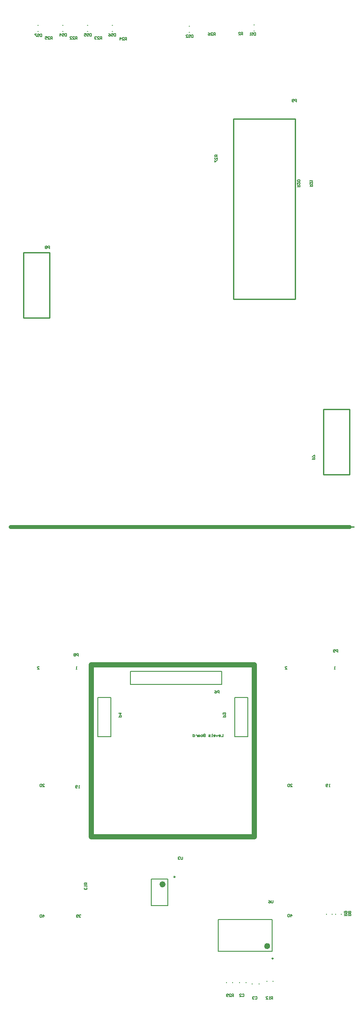
<source format=gbr>
G04 Layer_Color=32896*
%FSLAX26Y26*%
%MOIN*%
%TF.FileFunction,Legend,Bot*%
%TF.Part,Single*%
G01*
G75*
%TA.AperFunction,NonConductor*%
%ADD42C,0.009842*%
%ADD43C,0.023622*%
%ADD44C,0.007874*%
%ADD45C,0.010000*%
%ADD46C,0.030000*%
%ADD47C,0.039370*%
%ADD48C,0.005000*%
D42*
X-624614Y472835D02*
G03*
X-624614Y472835I-4921J0D01*
G01*
X-1376874Y1097287D02*
G03*
X-1376874Y1097287I-4921J0D01*
G01*
D43*
X-658866Y567323D02*
G03*
X-658866Y567323I-11811J0D01*
G01*
X-1461520Y1040201D02*
G03*
X-1461520Y1040201I-11811J0D01*
G01*
D44*
X-981622Y288032D02*
X-981622Y291969D01*
X-934378Y288032D02*
X-934378Y291969D01*
X-833394Y288032D02*
X-833394Y291969D01*
X-882606Y288032D02*
X-882606Y291969D01*
X-731425Y278031D02*
X-731425Y281969D01*
X-784575Y278031D02*
X-784575Y281969D01*
X-671622Y298032D02*
X-671622Y301969D01*
X-624378Y298032D02*
X-624378Y301969D01*
X-1044693Y527953D02*
X-631307Y527953D01*
X-1044693Y772047D02*
X-631307Y772047D01*
X-631307Y527953D02*
X-631307Y772047D01*
X-1044693Y527953D02*
X-1044693Y772047D01*
X-1269968Y7610138D02*
X-1266031Y7610138D01*
X-1269968Y7564862D02*
X-1266031Y7564862D01*
X-1433961Y878783D02*
X-1433961Y1079571D01*
X-1559945Y878783D02*
X-1559945Y1079571D01*
X-1433961Y1079571D01*
X-1559945Y878783D02*
X-1433961Y878783D01*
X-772449Y7619814D02*
X-768513Y7619814D01*
X-772449Y7574540D02*
X-768513Y7574540D01*
X-919851Y2470178D02*
X-819851Y2470178D01*
X-919851Y2170178D02*
X-919851Y2470178D01*
X-919851Y2170178D02*
X-819851Y2170178D01*
X-819851Y2470178D01*
X-1969851Y2470178D02*
X-1869851Y2470178D01*
X-1969851Y2170178D02*
X-1969851Y2470178D01*
X-1969851Y2170178D02*
X-1869851Y2170178D01*
X-1869851Y2470178D01*
X-2239968Y7570861D02*
X-2236032Y7570861D01*
X-2239968Y7616137D02*
X-2236032Y7616137D01*
X-2049968Y7570861D02*
X-2046032Y7570861D01*
X-2049968Y7616137D02*
X-2046032Y7616137D01*
X-1859968Y7570861D02*
X-1856032Y7570861D01*
X-1859968Y7616137D02*
X-1856032Y7616137D01*
X-2429968Y7572363D02*
X-2426032Y7572363D01*
X-2429968Y7617639D02*
X-2426032Y7617639D01*
X-215456Y811855D02*
X-215456Y815791D01*
X-172150Y811855D02*
X-172150Y815791D01*
X-101284Y811855D02*
X-101284Y815791D01*
X-144590Y811855D02*
X-144590Y815791D01*
X-1719851Y2570178D02*
X-1719851Y2670178D01*
X-1719851Y2570178D02*
X-1019851Y2570178D01*
X-1019851Y2670178D01*
X-1719851Y2670178D02*
X-1019851Y2670178D01*
D45*
X-930203Y5522484D02*
X-457403Y5522484D01*
X-930203Y5522484D02*
X-930203Y6900438D01*
X-457403Y6900438D01*
X-457403Y5522484D02*
X-457403Y6900438D01*
X-238000Y4678500D02*
X-38000Y4678500D01*
X-38000Y4178500D02*
X-38000Y4678500D01*
X-238000Y4178500D02*
X-38000Y4178500D01*
X-238000Y4178500D02*
X-238000Y4678500D01*
X-2538000Y5878500D02*
X-2338000Y5878500D01*
X-2338000Y5378500D02*
X-2338000Y5878500D01*
X-2538000Y5378500D02*
X-2338000Y5378500D01*
X-2538000Y5378500D02*
X-2538000Y5878500D01*
X-2633165Y3778500D02*
X-2481385Y3778500D01*
X-159355Y3778910D02*
X-7575Y3778910D01*
D46*
X-2638000Y3778500D02*
X-38000Y3778500D01*
D47*
X-2019851Y2720178D02*
X-769851Y2720178D01*
X-769851Y1405768D02*
X-769851Y2720178D01*
X-2019851Y1405768D02*
X-2019851Y2720178D01*
X-2019851Y1405768D02*
X-769851Y1405768D01*
D48*
X-928000Y180000D02*
X-928000Y199994D01*
X-937997Y199994D01*
X-941329Y196661D01*
X-941329Y189997D01*
X-937997Y186665D01*
X-928000Y186665D01*
X-934664Y186665D02*
X-941329Y180000D01*
X-961322Y180000D02*
X-947994Y180000D01*
X-961322Y193329D01*
X-961322Y196661D01*
X-957990Y199994D01*
X-951326Y199994D01*
X-947994Y196661D01*
X-967987Y183332D02*
X-971319Y180000D01*
X-977984Y180000D01*
X-981316Y183332D01*
X-981316Y196661D01*
X-977984Y199994D01*
X-971319Y199994D01*
X-967987Y196661D01*
X-967987Y193329D01*
X-971319Y189997D01*
X-981316Y189997D01*
X-861329Y196661D02*
X-857997Y199994D01*
X-851332Y199994D01*
X-848000Y196661D01*
X-848000Y183332D01*
X-851332Y180000D01*
X-857997Y180000D01*
X-861329Y183332D01*
X-881322Y180000D02*
X-867994Y180000D01*
X-881322Y193329D01*
X-881322Y196661D01*
X-877990Y199994D01*
X-871326Y199994D01*
X-867994Y196661D01*
X-761329Y176661D02*
X-757997Y179994D01*
X-751332Y179994D01*
X-748000Y176661D01*
X-748000Y163332D01*
X-751332Y160000D01*
X-757997Y160000D01*
X-761329Y163332D01*
X-767994Y176661D02*
X-771326Y179994D01*
X-777990Y179994D01*
X-781322Y176661D01*
X-781322Y173329D01*
X-777990Y169997D01*
X-774658Y169997D01*
X-777990Y169997D01*
X-781322Y166665D01*
X-781322Y163332D01*
X-777990Y160000D01*
X-771326Y160000D01*
X-767994Y163332D01*
X-628000Y160000D02*
X-628000Y179994D01*
X-637997Y179994D01*
X-641329Y176661D01*
X-641329Y169997D01*
X-637997Y166665D01*
X-628000Y166665D01*
X-634664Y166665D02*
X-641329Y160000D01*
X-647994Y160000D02*
X-654658Y160000D01*
X-651326Y160000D01*
X-651326Y179994D01*
X-647994Y176661D01*
X-677984Y160000D02*
X-664655Y160000D01*
X-677984Y173329D01*
X-677984Y176661D01*
X-674652Y179994D01*
X-667987Y179994D01*
X-664655Y176661D01*
X-625181Y916391D02*
X-625181Y899730D01*
X-628513Y896398D01*
X-635178Y896398D01*
X-638510Y899730D01*
X-638510Y916391D01*
X-658504Y916391D02*
X-651839Y913059D01*
X-645175Y906394D01*
X-645175Y899730D01*
X-648507Y896398D01*
X-655171Y896398D01*
X-658504Y899730D01*
X-658504Y903062D01*
X-655171Y906394D01*
X-645175Y906394D01*
X-2053000Y1050000D02*
X-2072994Y1050000D01*
X-2072994Y1040003D01*
X-2069661Y1036671D01*
X-2062997Y1036671D01*
X-2059664Y1040003D01*
X-2059664Y1050000D01*
X-2059664Y1043335D02*
X-2053000Y1036671D01*
X-2053000Y1030006D02*
X-2053000Y1023342D01*
X-2053000Y1026674D01*
X-2072994Y1026674D01*
X-2069661Y1030006D01*
X-2069661Y1013345D02*
X-2072994Y1010013D01*
X-2072994Y1003348D01*
X-2069661Y1000016D01*
X-2066329Y1000016D01*
X-2062997Y1003348D01*
X-2062997Y1006681D01*
X-2062997Y1003348D01*
X-2059664Y1000016D01*
X-2056332Y1000016D01*
X-2053000Y1003348D01*
X-2053000Y1010013D01*
X-2056332Y1013345D01*
X-1053000Y6625000D02*
X-1072994Y6625000D01*
X-1072994Y6615003D01*
X-1069661Y6611671D01*
X-1062997Y6611671D01*
X-1059665Y6615003D01*
X-1059665Y6625000D01*
X-1059665Y6618336D02*
X-1053000Y6611671D01*
X-1053000Y6591677D02*
X-1053000Y6605007D01*
X-1066329Y6591677D01*
X-1069661Y6591677D01*
X-1072994Y6595010D01*
X-1072994Y6601674D01*
X-1069661Y6605007D01*
X-1072994Y6585013D02*
X-1072994Y6571684D01*
X-1069661Y6571684D01*
X-1056332Y6585013D01*
X-1053000Y6585013D01*
X-1068000Y7540000D02*
X-1068000Y7559993D01*
X-1077997Y7559993D01*
X-1081329Y7556661D01*
X-1081329Y7549997D01*
X-1077997Y7546664D01*
X-1068000Y7546664D01*
X-1074665Y7546664D02*
X-1081329Y7540000D01*
X-1101322Y7540000D02*
X-1087994Y7540000D01*
X-1101322Y7553329D01*
X-1101322Y7556661D01*
X-1097990Y7559993D01*
X-1091326Y7559993D01*
X-1087994Y7556661D01*
X-1121316Y7559993D02*
X-1114651Y7556661D01*
X-1107987Y7549997D01*
X-1107987Y7543332D01*
X-1111319Y7540000D01*
X-1117984Y7540000D01*
X-1121316Y7543332D01*
X-1121316Y7546664D01*
X-1117984Y7549997D01*
X-1107987Y7549997D01*
X-1238000Y7544993D02*
X-1238000Y7525000D01*
X-1247997Y7525000D01*
X-1251329Y7528332D01*
X-1251329Y7541661D01*
X-1247997Y7544993D01*
X-1238000Y7544993D01*
X-1271322Y7541661D02*
X-1267990Y7544993D01*
X-1261326Y7544993D01*
X-1257994Y7541661D01*
X-1257994Y7538329D01*
X-1261326Y7534997D01*
X-1267990Y7534997D01*
X-1271322Y7531664D01*
X-1271322Y7528332D01*
X-1267990Y7525000D01*
X-1261326Y7525000D01*
X-1257994Y7528332D01*
X-1291316Y7525000D02*
X-1277987Y7525000D01*
X-1291316Y7538329D01*
X-1291316Y7541661D01*
X-1287984Y7544993D01*
X-1281319Y7544993D01*
X-1277987Y7541661D01*
X-1320181Y1252391D02*
X-1320181Y1235730D01*
X-1323513Y1232398D01*
X-1330178Y1232398D01*
X-1333510Y1235730D01*
X-1333510Y1252391D01*
X-1340175Y1249059D02*
X-1343507Y1252391D01*
X-1350171Y1252391D01*
X-1353504Y1249059D01*
X-1353504Y1245727D01*
X-1350171Y1242394D01*
X-1346839Y1242394D01*
X-1350171Y1242394D01*
X-1353504Y1239062D01*
X-1353504Y1235730D01*
X-1350171Y1232398D01*
X-1343507Y1232398D01*
X-1340175Y1235730D01*
X-758000Y7559679D02*
X-758000Y7540000D01*
X-767839Y7540000D01*
X-771119Y7543280D01*
X-771119Y7556399D01*
X-767839Y7559679D01*
X-758000Y7559679D01*
X-790798Y7556399D02*
X-787518Y7559679D01*
X-780958Y7559679D01*
X-777679Y7556399D01*
X-777679Y7553119D01*
X-780958Y7549839D01*
X-787518Y7549839D01*
X-790798Y7546560D01*
X-790798Y7543280D01*
X-787518Y7540000D01*
X-780958Y7540000D01*
X-777679Y7543280D01*
X-797357Y7540000D02*
X-803917Y7540000D01*
X-800637Y7540000D01*
X-800637Y7559679D01*
X-797357Y7556399D01*
X-1039851Y2505178D02*
X-1039851Y2525171D01*
X-1049848Y2525171D01*
X-1053180Y2521839D01*
X-1053180Y2515175D01*
X-1049848Y2511842D01*
X-1039851Y2511842D01*
X-1073174Y2525171D02*
X-1066509Y2521839D01*
X-1059845Y2515175D01*
X-1059845Y2508510D01*
X-1063177Y2505178D01*
X-1069841Y2505178D01*
X-1073174Y2508510D01*
X-1073174Y2511842D01*
X-1069841Y2515175D01*
X-1059845Y2515175D01*
X-858000Y7545000D02*
X-858000Y7564679D01*
X-867839Y7564679D01*
X-871119Y7561399D01*
X-871119Y7554839D01*
X-867839Y7551560D01*
X-858000Y7551560D01*
X-864559Y7551560D02*
X-871119Y7545000D01*
X-890798Y7545000D02*
X-877679Y7545000D01*
X-890798Y7558119D01*
X-890798Y7561399D01*
X-887518Y7564679D01*
X-880958Y7564679D01*
X-877679Y7561399D01*
X-1009851Y2320178D02*
X-989858Y2320178D01*
X-989858Y2330175D01*
X-993190Y2333507D01*
X-999854Y2333507D01*
X-1003187Y2330175D01*
X-1003187Y2320178D01*
X-993190Y2340171D02*
X-989858Y2343503D01*
X-989858Y2350168D01*
X-993190Y2353500D01*
X-996522Y2353500D01*
X-999854Y2350168D01*
X-999854Y2346836D01*
X-999854Y2350168D01*
X-1003187Y2353500D01*
X-1006519Y2353500D01*
X-1009851Y2350168D01*
X-1009851Y2343503D01*
X-1006519Y2340171D01*
X-1809851Y2320178D02*
X-1789858Y2320178D01*
X-1789858Y2330175D01*
X-1793190Y2333507D01*
X-1799854Y2333507D01*
X-1803187Y2330175D01*
X-1803187Y2320178D01*
X-1809851Y2350168D02*
X-1789858Y2350168D01*
X-1799854Y2340171D01*
X-1799854Y2353500D01*
X-447181Y7030398D02*
X-447181Y7050391D01*
X-457178Y7050391D01*
X-460510Y7047059D01*
X-460510Y7040394D01*
X-457178Y7037062D01*
X-447181Y7037062D01*
X-467175Y7033730D02*
X-470507Y7030398D01*
X-477171Y7030398D01*
X-480504Y7033730D01*
X-480504Y7047059D01*
X-477171Y7050391D01*
X-470507Y7050391D01*
X-467175Y7047059D01*
X-467175Y7043727D01*
X-470507Y7040394D01*
X-480504Y7040394D01*
X-2208000Y7554993D02*
X-2208000Y7535000D01*
X-2217997Y7535000D01*
X-2221329Y7538332D01*
X-2221329Y7551661D01*
X-2217997Y7554993D01*
X-2208000Y7554993D01*
X-2241323Y7551661D02*
X-2237990Y7554993D01*
X-2231326Y7554993D01*
X-2227994Y7551661D01*
X-2227994Y7548329D01*
X-2231326Y7544997D01*
X-2237990Y7544997D01*
X-2241323Y7541664D01*
X-2241323Y7538332D01*
X-2237990Y7535000D01*
X-2231326Y7535000D01*
X-2227994Y7538332D01*
X-2257984Y7535000D02*
X-2257984Y7554993D01*
X-2247987Y7544997D01*
X-2261316Y7544997D01*
X-2018000Y7554993D02*
X-2018000Y7535000D01*
X-2027997Y7535000D01*
X-2031329Y7538332D01*
X-2031329Y7551661D01*
X-2027997Y7554993D01*
X-2018000Y7554993D01*
X-2051323Y7551661D02*
X-2047990Y7554993D01*
X-2041326Y7554993D01*
X-2037994Y7551661D01*
X-2037994Y7548329D01*
X-2041326Y7544997D01*
X-2047990Y7544997D01*
X-2051323Y7541664D01*
X-2051323Y7538332D01*
X-2047990Y7535000D01*
X-2041326Y7535000D01*
X-2037994Y7538332D01*
X-2071316Y7554993D02*
X-2057987Y7554993D01*
X-2057987Y7544997D01*
X-2064651Y7548329D01*
X-2067984Y7548329D01*
X-2071316Y7544997D01*
X-2071316Y7538332D01*
X-2067984Y7535000D01*
X-2061319Y7535000D01*
X-2057987Y7538332D01*
X-1833000Y7554993D02*
X-1833000Y7535000D01*
X-1842997Y7535000D01*
X-1846329Y7538332D01*
X-1846329Y7551661D01*
X-1842997Y7554993D01*
X-1833000Y7554993D01*
X-1866322Y7551661D02*
X-1862990Y7554993D01*
X-1856326Y7554993D01*
X-1852994Y7551661D01*
X-1852994Y7548329D01*
X-1856326Y7544997D01*
X-1862990Y7544997D01*
X-1866322Y7541664D01*
X-1866322Y7538332D01*
X-1862990Y7535000D01*
X-1856326Y7535000D01*
X-1852994Y7538332D01*
X-1886316Y7554993D02*
X-1879651Y7551661D01*
X-1872987Y7544997D01*
X-1872987Y7538332D01*
X-1876319Y7535000D01*
X-1882984Y7535000D01*
X-1886316Y7538332D01*
X-1886316Y7541664D01*
X-1882984Y7544997D01*
X-1872987Y7544997D01*
X-2398000Y7551493D02*
X-2398000Y7531500D01*
X-2407997Y7531500D01*
X-2411329Y7534832D01*
X-2411329Y7548161D01*
X-2407997Y7551493D01*
X-2398000Y7551493D01*
X-2431323Y7548161D02*
X-2427990Y7551493D01*
X-2421326Y7551493D01*
X-2417994Y7548161D01*
X-2417994Y7544829D01*
X-2421326Y7541497D01*
X-2427990Y7541497D01*
X-2431323Y7538164D01*
X-2431323Y7534832D01*
X-2427990Y7531500D01*
X-2421326Y7531500D01*
X-2417994Y7534832D01*
X-2437987Y7551493D02*
X-2451316Y7551493D01*
X-2451316Y7548161D01*
X-2437987Y7534832D01*
X-2437987Y7531500D01*
X-438000Y6380000D02*
X-418007Y6380000D01*
X-418007Y6389997D01*
X-421339Y6393329D01*
X-428003Y6393329D01*
X-431336Y6389997D01*
X-431336Y6380000D01*
X-431336Y6386664D02*
X-438000Y6393329D01*
X-438000Y6413323D02*
X-438000Y6399993D01*
X-424671Y6413323D01*
X-421339Y6413323D01*
X-418007Y6409990D01*
X-418007Y6403326D01*
X-421339Y6399993D01*
X-421339Y6419987D02*
X-418007Y6423319D01*
X-418007Y6429984D01*
X-421339Y6433316D01*
X-434668Y6433316D01*
X-438000Y6429984D01*
X-438000Y6423319D01*
X-434668Y6419987D01*
X-421339Y6419987D01*
X-343614Y6383740D02*
X-323621Y6383740D01*
X-323621Y6393737D01*
X-326953Y6397069D01*
X-333617Y6397069D01*
X-336950Y6393737D01*
X-336950Y6383740D01*
X-336950Y6390405D02*
X-343614Y6397069D01*
X-343614Y6417063D02*
X-343614Y6403734D01*
X-330285Y6417063D01*
X-326953Y6417063D01*
X-323621Y6413730D01*
X-323621Y6407066D01*
X-326953Y6403734D01*
X-343614Y6423727D02*
X-343614Y6430392D01*
X-343614Y6427059D01*
X-323621Y6427059D01*
X-326953Y6423727D01*
X-2128000Y7510000D02*
X-2128000Y7529993D01*
X-2137997Y7529993D01*
X-2141329Y7526661D01*
X-2141329Y7519997D01*
X-2137997Y7516664D01*
X-2128000Y7516664D01*
X-2134664Y7516664D02*
X-2141329Y7510000D01*
X-2161323Y7510000D02*
X-2147994Y7510000D01*
X-2161323Y7523329D01*
X-2161323Y7526661D01*
X-2157990Y7529993D01*
X-2151326Y7529993D01*
X-2147994Y7526661D01*
X-2181316Y7510000D02*
X-2167987Y7510000D01*
X-2181316Y7523329D01*
X-2181316Y7526661D01*
X-2177984Y7529993D01*
X-2171319Y7529993D01*
X-2167987Y7526661D01*
X-1938000Y7510000D02*
X-1938000Y7529993D01*
X-1947997Y7529993D01*
X-1951329Y7526661D01*
X-1951329Y7519997D01*
X-1947997Y7516664D01*
X-1938000Y7516664D01*
X-1944665Y7516664D02*
X-1951329Y7510000D01*
X-1971322Y7510000D02*
X-1957994Y7510000D01*
X-1971322Y7523329D01*
X-1971322Y7526661D01*
X-1967990Y7529993D01*
X-1961326Y7529993D01*
X-1957994Y7526661D01*
X-1977987Y7526661D02*
X-1981319Y7529993D01*
X-1987984Y7529993D01*
X-1991316Y7526661D01*
X-1991316Y7523329D01*
X-1987984Y7519997D01*
X-1984651Y7519997D01*
X-1987984Y7519997D01*
X-1991316Y7516664D01*
X-1991316Y7513332D01*
X-1987984Y7510000D01*
X-1981319Y7510000D01*
X-1977987Y7513332D01*
X-325000Y4294500D02*
X-305007Y4294500D01*
X-305007Y4304497D01*
X-308339Y4307829D01*
X-315003Y4307829D01*
X-318336Y4304497D01*
X-318336Y4294500D01*
X-305007Y4314493D02*
X-305007Y4327823D01*
X-308339Y4327823D01*
X-321668Y4314493D01*
X-325000Y4314493D01*
X-78000Y800000D02*
X-58007Y800000D01*
X-58007Y809997D01*
X-61339Y813329D01*
X-68003Y813329D01*
X-71335Y809997D01*
X-71335Y800000D01*
X-71335Y806664D02*
X-78000Y813329D01*
X-74668Y819994D02*
X-78000Y823326D01*
X-78000Y829990D01*
X-74668Y833322D01*
X-61339Y833322D01*
X-58007Y829990D01*
X-58007Y823326D01*
X-61339Y819994D01*
X-64671Y819994D01*
X-68003Y823326D01*
X-68003Y833322D01*
X-48000Y800000D02*
X-28006Y800000D01*
X-28006Y809997D01*
X-31339Y813329D01*
X-38003Y813329D01*
X-41336Y809997D01*
X-41336Y800000D01*
X-41336Y806664D02*
X-48000Y813329D01*
X-31339Y819994D02*
X-28006Y823326D01*
X-28006Y829990D01*
X-31339Y833322D01*
X-34671Y833322D01*
X-38003Y829990D01*
X-41336Y833322D01*
X-44668Y833322D01*
X-48000Y829990D01*
X-48000Y823326D01*
X-44668Y819994D01*
X-41336Y819994D01*
X-38003Y823326D01*
X-34671Y819994D01*
X-31339Y819994D01*
X-38003Y823326D02*
X-38003Y829990D01*
X-2338181Y5908398D02*
X-2338181Y5928391D01*
X-2348178Y5928391D01*
X-2351510Y5925059D01*
X-2351510Y5918394D01*
X-2348178Y5915062D01*
X-2338181Y5915062D01*
X-2358175Y5925059D02*
X-2361507Y5928391D01*
X-2368171Y5928391D01*
X-2371504Y5925059D01*
X-2371504Y5921727D01*
X-2368171Y5918394D01*
X-2371504Y5915062D01*
X-2371504Y5911730D01*
X-2368171Y5908398D01*
X-2361507Y5908398D01*
X-2358175Y5911730D01*
X-2358175Y5915062D01*
X-2361507Y5918394D01*
X-2358175Y5921727D01*
X-2358175Y5925059D01*
X-2361507Y5918394D02*
X-2368171Y5918394D01*
X-1748000Y7505000D02*
X-1748000Y7524993D01*
X-1757997Y7524993D01*
X-1761329Y7521661D01*
X-1761329Y7514997D01*
X-1757997Y7511664D01*
X-1748000Y7511664D01*
X-1754665Y7511664D02*
X-1761329Y7505000D01*
X-1781322Y7505000D02*
X-1767994Y7505000D01*
X-1781322Y7518329D01*
X-1781322Y7521661D01*
X-1777990Y7524993D01*
X-1771326Y7524993D01*
X-1767994Y7521661D01*
X-1797984Y7505000D02*
X-1797984Y7524993D01*
X-1787987Y7514997D01*
X-1801316Y7514997D01*
X-2318000Y7510000D02*
X-2318000Y7529993D01*
X-2327997Y7529993D01*
X-2331329Y7526661D01*
X-2331329Y7519997D01*
X-2327997Y7516664D01*
X-2318000Y7516664D01*
X-2324664Y7516664D02*
X-2331329Y7510000D01*
X-2351323Y7510000D02*
X-2337994Y7510000D01*
X-2351323Y7523329D01*
X-2351323Y7526661D01*
X-2347990Y7529993D01*
X-2341326Y7529993D01*
X-2337994Y7526661D01*
X-2371316Y7529993D02*
X-2357987Y7529993D01*
X-2357987Y7519997D01*
X-2364651Y7523329D01*
X-2367984Y7523329D01*
X-2371316Y7519997D01*
X-2371316Y7513332D01*
X-2367984Y7510000D01*
X-2361319Y7510000D01*
X-2357987Y7513332D01*
X-1009851Y2190171D02*
X-1009851Y2170178D01*
X-1023180Y2170178D01*
X-1039841Y2170178D02*
X-1033177Y2170178D01*
X-1029845Y2173510D01*
X-1029845Y2180175D01*
X-1033177Y2183507D01*
X-1039841Y2183507D01*
X-1043174Y2180175D01*
X-1043174Y2176842D01*
X-1029845Y2176842D01*
X-1049838Y2183507D02*
X-1056503Y2170178D01*
X-1063167Y2183507D01*
X-1079829Y2170178D02*
X-1073164Y2170178D01*
X-1069832Y2173510D01*
X-1069832Y2180175D01*
X-1073164Y2183507D01*
X-1079829Y2183507D01*
X-1083161Y2180175D01*
X-1083161Y2176842D01*
X-1069832Y2176842D01*
X-1089825Y2170178D02*
X-1096490Y2170178D01*
X-1093158Y2170178D01*
X-1093158Y2190171D01*
X-1089825Y2190171D01*
X-1106486Y2170178D02*
X-1116483Y2170178D01*
X-1119815Y2173510D01*
X-1116483Y2176842D01*
X-1109819Y2176842D01*
X-1106486Y2180175D01*
X-1109819Y2183507D01*
X-1119815Y2183507D01*
X-1146474Y2190171D02*
X-1146474Y2170178D01*
X-1156470Y2170178D01*
X-1159803Y2173510D01*
X-1159803Y2176842D01*
X-1156470Y2180175D01*
X-1146474Y2180175D01*
X-1156470Y2180175D01*
X-1159803Y2183507D01*
X-1159803Y2186839D01*
X-1156470Y2190171D01*
X-1146474Y2190171D01*
X-1169799Y2170178D02*
X-1176464Y2170178D01*
X-1179796Y2173510D01*
X-1179796Y2180175D01*
X-1176464Y2183507D01*
X-1169799Y2183507D01*
X-1166467Y2180175D01*
X-1166467Y2173510D01*
X-1169799Y2170178D01*
X-1189793Y2183507D02*
X-1196457Y2183507D01*
X-1199790Y2180175D01*
X-1199790Y2170178D01*
X-1189793Y2170178D01*
X-1186460Y2173510D01*
X-1189793Y2176842D01*
X-1199790Y2176842D01*
X-1206454Y2183507D02*
X-1206454Y2170178D01*
X-1206454Y2176842D01*
X-1209786Y2180175D01*
X-1213119Y2183507D01*
X-1216451Y2183507D01*
X-1239776Y2190171D02*
X-1239776Y2170178D01*
X-1229780Y2170178D01*
X-1226447Y2173510D01*
X-1226447Y2180175D01*
X-1229780Y2183507D01*
X-1239776Y2183507D01*
X-128000Y2818500D02*
X-128000Y2838494D01*
X-137997Y2838494D01*
X-141329Y2835161D01*
X-141329Y2828497D01*
X-137997Y2825164D01*
X-128000Y2825164D01*
X-147994Y2821832D02*
X-151326Y2818500D01*
X-157990Y2818500D01*
X-161322Y2821832D01*
X-161322Y2835161D01*
X-157990Y2838494D01*
X-151326Y2838494D01*
X-147994Y2835161D01*
X-147994Y2831829D01*
X-151326Y2828497D01*
X-161322Y2828497D01*
X-148000Y2688500D02*
X-154665Y2688500D01*
X-151332Y2688500D01*
X-151332Y2708494D01*
X-148000Y2705161D01*
X-531329Y2688500D02*
X-518000Y2688500D01*
X-531329Y2701829D01*
X-531329Y2705161D01*
X-527997Y2708494D01*
X-521332Y2708494D01*
X-518000Y2705161D01*
X-188000Y1788500D02*
X-194665Y1788500D01*
X-191332Y1788500D01*
X-191332Y1808494D01*
X-188000Y1805161D01*
X-204661Y1791832D02*
X-207994Y1788500D01*
X-214658Y1788500D01*
X-217990Y1791832D01*
X-217990Y1805161D01*
X-214658Y1808494D01*
X-207994Y1808494D01*
X-204661Y1805161D01*
X-204661Y1801829D01*
X-207994Y1798497D01*
X-217990Y1798497D01*
X-491329Y1788500D02*
X-478000Y1788500D01*
X-491329Y1801829D01*
X-491329Y1805161D01*
X-487997Y1808494D01*
X-481332Y1808494D01*
X-478000Y1805161D01*
X-497993Y1805161D02*
X-501326Y1808494D01*
X-507990Y1808494D01*
X-511322Y1805161D01*
X-511322Y1791832D01*
X-507990Y1788500D01*
X-501326Y1788500D01*
X-497993Y1791832D01*
X-497993Y1805161D01*
X-2128000Y2688500D02*
X-2134664Y2688500D01*
X-2131332Y2688500D01*
X-2131332Y2708494D01*
X-2128000Y2705161D01*
X-2431329Y2688500D02*
X-2418000Y2688500D01*
X-2431329Y2701829D01*
X-2431329Y2705161D01*
X-2427997Y2708494D01*
X-2421332Y2708494D01*
X-2418000Y2705161D01*
X-2118000Y2788500D02*
X-2118000Y2808494D01*
X-2127997Y2808494D01*
X-2131329Y2805161D01*
X-2131329Y2798497D01*
X-2127997Y2795164D01*
X-2118000Y2795164D01*
X-2137994Y2805161D02*
X-2141326Y2808494D01*
X-2147990Y2808494D01*
X-2151323Y2805161D01*
X-2151323Y2801829D01*
X-2147990Y2798497D01*
X-2151323Y2795164D01*
X-2151323Y2791832D01*
X-2147990Y2788500D01*
X-2141326Y2788500D01*
X-2137994Y2791832D01*
X-2137994Y2795164D01*
X-2141326Y2798497D01*
X-2137994Y2801829D01*
X-2137994Y2805161D01*
X-2141326Y2798497D02*
X-2147990Y2798497D01*
X-2108000Y1778500D02*
X-2114664Y1778500D01*
X-2111332Y1778500D01*
X-2111332Y1798494D01*
X-2108000Y1795161D01*
X-2124661Y1781832D02*
X-2127994Y1778500D01*
X-2134658Y1778500D01*
X-2137990Y1781832D01*
X-2137990Y1795161D01*
X-2134658Y1798494D01*
X-2127994Y1798494D01*
X-2124661Y1795161D01*
X-2124661Y1791829D01*
X-2127994Y1788497D01*
X-2137990Y1788497D01*
X-2391329Y1788500D02*
X-2378000Y1788500D01*
X-2391329Y1801829D01*
X-2391329Y1805161D01*
X-2387997Y1808494D01*
X-2381332Y1808494D01*
X-2378000Y1805161D01*
X-2397994Y1805161D02*
X-2401326Y1808494D01*
X-2407990Y1808494D01*
X-2411323Y1805161D01*
X-2411323Y1791832D01*
X-2407990Y1788500D01*
X-2401326Y1788500D01*
X-2397994Y1791832D01*
X-2397994Y1805161D01*
X-2387997Y788500D02*
X-2387997Y808494D01*
X-2378000Y798497D01*
X-2391329Y798497D01*
X-2397994Y805161D02*
X-2401326Y808494D01*
X-2407990Y808494D01*
X-2411323Y805161D01*
X-2411323Y791832D01*
X-2407990Y788500D01*
X-2401326Y788500D01*
X-2397994Y791832D01*
X-2397994Y805161D01*
X-2098000Y805161D02*
X-2101332Y808494D01*
X-2107997Y808494D01*
X-2111329Y805161D01*
X-2111329Y801829D01*
X-2107997Y798497D01*
X-2104664Y798497D01*
X-2107997Y798497D01*
X-2111329Y795164D01*
X-2111329Y791832D01*
X-2107997Y788500D01*
X-2101332Y788500D01*
X-2098000Y791832D01*
X-2117994Y791832D02*
X-2121326Y788500D01*
X-2127990Y788500D01*
X-2131323Y791832D01*
X-2131323Y805161D01*
X-2127990Y808494D01*
X-2121326Y808494D01*
X-2117994Y805161D01*
X-2117994Y801829D01*
X-2121326Y798497D01*
X-2131323Y798497D01*
X-487997Y791000D02*
X-487997Y810994D01*
X-478000Y800997D01*
X-491329Y800997D01*
X-497993Y807661D02*
X-501326Y810994D01*
X-507990Y810994D01*
X-511322Y807661D01*
X-511322Y794332D01*
X-507990Y791000D01*
X-501326Y791000D01*
X-497993Y794332D01*
X-497993Y807661D01*
%TF.MD5,2ee9e5b47ad9385a4701689f4da6ed25*%
M02*

</source>
